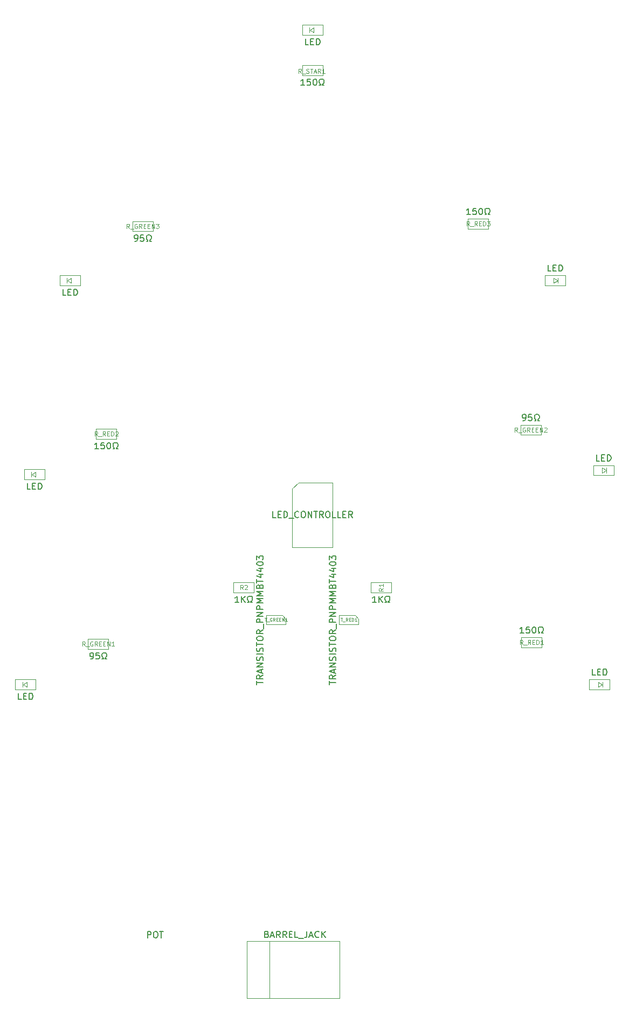
<source format=gbr>
G04 #@! TF.FileFunction,Other,Fab,Top*
%FSLAX46Y46*%
G04 Gerber Fmt 4.6, Leading zero omitted, Abs format (unit mm)*
G04 Created by KiCad (PCBNEW 4.0.6) date Tuesday, November 14, 2017 'PMt' 08:02:21 PM*
%MOMM*%
%LPD*%
G01*
G04 APERTURE LIST*
%ADD10C,0.100000*%
%ADD11C,0.150000*%
%ADD12C,0.105000*%
%ADD13C,0.075000*%
G04 APERTURE END LIST*
D10*
X49765000Y-128270000D02*
X50365000Y-127870000D01*
X50365000Y-127870000D02*
X50365000Y-128670000D01*
X50365000Y-128670000D02*
X49765000Y-128270000D01*
X49715000Y-127870000D02*
X49715000Y-128670000D01*
X48565000Y-129070000D02*
X48565000Y-127470000D01*
X51765000Y-129070000D02*
X48565000Y-129070000D01*
X51765000Y-127470000D02*
X51765000Y-129070000D01*
X48565000Y-127470000D02*
X51765000Y-127470000D01*
X141370000Y-94615000D02*
X140770000Y-95015000D01*
X140770000Y-95015000D02*
X140770000Y-94215000D01*
X140770000Y-94215000D02*
X141370000Y-94615000D01*
X141420000Y-95015000D02*
X141420000Y-94215000D01*
X142570000Y-93815000D02*
X142570000Y-95415000D01*
X139370000Y-93815000D02*
X142570000Y-93815000D01*
X139370000Y-95415000D02*
X139370000Y-93815000D01*
X142570000Y-95415000D02*
X139370000Y-95415000D01*
X56750000Y-64770000D02*
X57350000Y-64370000D01*
X57350000Y-64370000D02*
X57350000Y-65170000D01*
X57350000Y-65170000D02*
X56750000Y-64770000D01*
X56700000Y-64370000D02*
X56700000Y-65170000D01*
X55550000Y-65570000D02*
X55550000Y-63970000D01*
X58750000Y-65570000D02*
X55550000Y-65570000D01*
X58750000Y-63970000D02*
X58750000Y-65570000D01*
X55550000Y-63970000D02*
X58750000Y-63970000D01*
X93075000Y-96520000D02*
X98425000Y-96520000D01*
X98425000Y-96520000D02*
X98425000Y-106680000D01*
X98425000Y-106680000D02*
X92075000Y-106680000D01*
X92075000Y-106680000D02*
X92075000Y-97520000D01*
X92075000Y-97520000D02*
X93075000Y-96520000D01*
X140735000Y-128270000D02*
X140135000Y-128670000D01*
X140135000Y-128670000D02*
X140135000Y-127870000D01*
X140135000Y-127870000D02*
X140735000Y-128270000D01*
X140785000Y-128670000D02*
X140785000Y-127870000D01*
X141935000Y-127470000D02*
X141935000Y-129070000D01*
X138735000Y-127470000D02*
X141935000Y-127470000D01*
X138735000Y-129070000D02*
X138735000Y-127470000D01*
X141935000Y-129070000D02*
X138735000Y-129070000D01*
X51162000Y-95250000D02*
X51762000Y-94850000D01*
X51762000Y-94850000D02*
X51762000Y-95650000D01*
X51762000Y-95650000D02*
X51162000Y-95250000D01*
X51112000Y-94850000D02*
X51112000Y-95650000D01*
X49962000Y-96050000D02*
X49962000Y-94450000D01*
X53162000Y-96050000D02*
X49962000Y-96050000D01*
X53162000Y-94450000D02*
X53162000Y-96050000D01*
X49962000Y-94450000D02*
X53162000Y-94450000D01*
X133750000Y-64770000D02*
X133150000Y-65170000D01*
X133150000Y-65170000D02*
X133150000Y-64370000D01*
X133150000Y-64370000D02*
X133750000Y-64770000D01*
X133800000Y-65170000D02*
X133800000Y-64370000D01*
X134950000Y-63970000D02*
X134950000Y-65570000D01*
X131750000Y-63970000D02*
X134950000Y-63970000D01*
X131750000Y-65570000D02*
X131750000Y-63970000D01*
X134950000Y-65570000D02*
X131750000Y-65570000D01*
X59995000Y-122720000D02*
X59995000Y-121120000D01*
X63195000Y-122720000D02*
X59995000Y-122720000D01*
X63195000Y-121120000D02*
X63195000Y-122720000D01*
X59995000Y-121120000D02*
X63195000Y-121120000D01*
X131140000Y-87465000D02*
X131140000Y-89065000D01*
X127940000Y-87465000D02*
X131140000Y-87465000D01*
X127940000Y-89065000D02*
X127940000Y-87465000D01*
X131140000Y-89065000D02*
X127940000Y-89065000D01*
X66980000Y-57061000D02*
X66980000Y-55461000D01*
X70180000Y-57061000D02*
X66980000Y-57061000D01*
X70180000Y-55461000D02*
X70180000Y-57061000D01*
X66980000Y-55461000D02*
X70180000Y-55461000D01*
X131267000Y-120866000D02*
X131267000Y-122466000D01*
X128067000Y-120866000D02*
X131267000Y-120866000D01*
X128067000Y-122466000D02*
X128067000Y-120866000D01*
X131267000Y-122466000D02*
X128067000Y-122466000D01*
X61265000Y-89700000D02*
X61265000Y-88100000D01*
X64465000Y-89700000D02*
X61265000Y-89700000D01*
X64465000Y-88100000D02*
X64465000Y-89700000D01*
X61265000Y-88100000D02*
X64465000Y-88100000D01*
X122885000Y-55080000D02*
X122885000Y-56680000D01*
X119685000Y-55080000D02*
X122885000Y-55080000D01*
X119685000Y-56680000D02*
X119685000Y-55080000D01*
X122885000Y-56680000D02*
X119685000Y-56680000D01*
X93650000Y-32550000D02*
X93650000Y-30950000D01*
X96850000Y-32550000D02*
X93650000Y-32550000D01*
X96850000Y-30950000D02*
X96850000Y-32550000D01*
X93650000Y-30950000D02*
X96850000Y-30950000D01*
X94850000Y-25400000D02*
X95450000Y-25000000D01*
X95450000Y-25000000D02*
X95450000Y-25800000D01*
X95450000Y-25800000D02*
X94850000Y-25400000D01*
X94800000Y-25000000D02*
X94800000Y-25800000D01*
X93650000Y-26200000D02*
X93650000Y-24600000D01*
X96850000Y-26200000D02*
X93650000Y-26200000D01*
X96850000Y-24600000D02*
X96850000Y-26200000D01*
X93650000Y-24600000D02*
X96850000Y-24600000D01*
X88479000Y-168601000D02*
X88479000Y-177601000D01*
X84979000Y-168601000D02*
X84979000Y-177601000D01*
X84979000Y-177601000D02*
X99479000Y-177601000D01*
X99479000Y-177601000D02*
X99479000Y-168601000D01*
X99479000Y-168601000D02*
X84979000Y-168601000D01*
X104445000Y-113830000D02*
X104445000Y-112230000D01*
X107645000Y-113830000D02*
X104445000Y-113830000D01*
X107645000Y-112230000D02*
X107645000Y-113830000D01*
X104445000Y-112230000D02*
X107645000Y-112230000D01*
X82855000Y-113830000D02*
X82855000Y-112230000D01*
X86055000Y-113830000D02*
X82855000Y-113830000D01*
X86055000Y-112230000D02*
X86055000Y-113830000D01*
X82855000Y-112230000D02*
X86055000Y-112230000D01*
X90485000Y-117410000D02*
X88035000Y-117410000D01*
X91055000Y-117960000D02*
X91055000Y-118810000D01*
X90485000Y-117410000D02*
X91055000Y-117960000D01*
X91055000Y-118810000D02*
X88015000Y-118810000D01*
X88015000Y-117410000D02*
X88015000Y-118810000D01*
X101915000Y-117410000D02*
X99465000Y-117410000D01*
X102485000Y-117960000D02*
X102485000Y-118810000D01*
X101915000Y-117410000D02*
X102485000Y-117960000D01*
X102485000Y-118810000D02*
X99445000Y-118810000D01*
X99445000Y-117410000D02*
X99445000Y-118810000D01*
D11*
X49522143Y-130622381D02*
X49045952Y-130622381D01*
X49045952Y-129622381D01*
X49855476Y-130098571D02*
X50188810Y-130098571D01*
X50331667Y-130622381D02*
X49855476Y-130622381D01*
X49855476Y-129622381D01*
X50331667Y-129622381D01*
X50760238Y-130622381D02*
X50760238Y-129622381D01*
X50998333Y-129622381D01*
X51141191Y-129670000D01*
X51236429Y-129765238D01*
X51284048Y-129860476D01*
X51331667Y-130050952D01*
X51331667Y-130193810D01*
X51284048Y-130384286D01*
X51236429Y-130479524D01*
X51141191Y-130574762D01*
X50998333Y-130622381D01*
X50760238Y-130622381D01*
X140327143Y-93167381D02*
X139850952Y-93167381D01*
X139850952Y-92167381D01*
X140660476Y-92643571D02*
X140993810Y-92643571D01*
X141136667Y-93167381D02*
X140660476Y-93167381D01*
X140660476Y-92167381D01*
X141136667Y-92167381D01*
X141565238Y-93167381D02*
X141565238Y-92167381D01*
X141803333Y-92167381D01*
X141946191Y-92215000D01*
X142041429Y-92310238D01*
X142089048Y-92405476D01*
X142136667Y-92595952D01*
X142136667Y-92738810D01*
X142089048Y-92929286D01*
X142041429Y-93024524D01*
X141946191Y-93119762D01*
X141803333Y-93167381D01*
X141565238Y-93167381D01*
X56507143Y-67122381D02*
X56030952Y-67122381D01*
X56030952Y-66122381D01*
X56840476Y-66598571D02*
X57173810Y-66598571D01*
X57316667Y-67122381D02*
X56840476Y-67122381D01*
X56840476Y-66122381D01*
X57316667Y-66122381D01*
X57745238Y-67122381D02*
X57745238Y-66122381D01*
X57983333Y-66122381D01*
X58126191Y-66170000D01*
X58221429Y-66265238D01*
X58269048Y-66360476D01*
X58316667Y-66550952D01*
X58316667Y-66693810D01*
X58269048Y-66884286D01*
X58221429Y-66979524D01*
X58126191Y-67074762D01*
X57983333Y-67122381D01*
X57745238Y-67122381D01*
X89511905Y-102052381D02*
X89035714Y-102052381D01*
X89035714Y-101052381D01*
X89845238Y-101528571D02*
X90178572Y-101528571D01*
X90321429Y-102052381D02*
X89845238Y-102052381D01*
X89845238Y-101052381D01*
X90321429Y-101052381D01*
X90750000Y-102052381D02*
X90750000Y-101052381D01*
X90988095Y-101052381D01*
X91130953Y-101100000D01*
X91226191Y-101195238D01*
X91273810Y-101290476D01*
X91321429Y-101480952D01*
X91321429Y-101623810D01*
X91273810Y-101814286D01*
X91226191Y-101909524D01*
X91130953Y-102004762D01*
X90988095Y-102052381D01*
X90750000Y-102052381D01*
X91511905Y-102147619D02*
X92273810Y-102147619D01*
X93083334Y-101957143D02*
X93035715Y-102004762D01*
X92892858Y-102052381D01*
X92797620Y-102052381D01*
X92654762Y-102004762D01*
X92559524Y-101909524D01*
X92511905Y-101814286D01*
X92464286Y-101623810D01*
X92464286Y-101480952D01*
X92511905Y-101290476D01*
X92559524Y-101195238D01*
X92654762Y-101100000D01*
X92797620Y-101052381D01*
X92892858Y-101052381D01*
X93035715Y-101100000D01*
X93083334Y-101147619D01*
X93702381Y-101052381D02*
X93892858Y-101052381D01*
X93988096Y-101100000D01*
X94083334Y-101195238D01*
X94130953Y-101385714D01*
X94130953Y-101719048D01*
X94083334Y-101909524D01*
X93988096Y-102004762D01*
X93892858Y-102052381D01*
X93702381Y-102052381D01*
X93607143Y-102004762D01*
X93511905Y-101909524D01*
X93464286Y-101719048D01*
X93464286Y-101385714D01*
X93511905Y-101195238D01*
X93607143Y-101100000D01*
X93702381Y-101052381D01*
X94559524Y-102052381D02*
X94559524Y-101052381D01*
X95130953Y-102052381D01*
X95130953Y-101052381D01*
X95464286Y-101052381D02*
X96035715Y-101052381D01*
X95750000Y-102052381D02*
X95750000Y-101052381D01*
X96940477Y-102052381D02*
X96607143Y-101576190D01*
X96369048Y-102052381D02*
X96369048Y-101052381D01*
X96750001Y-101052381D01*
X96845239Y-101100000D01*
X96892858Y-101147619D01*
X96940477Y-101242857D01*
X96940477Y-101385714D01*
X96892858Y-101480952D01*
X96845239Y-101528571D01*
X96750001Y-101576190D01*
X96369048Y-101576190D01*
X97559524Y-101052381D02*
X97750001Y-101052381D01*
X97845239Y-101100000D01*
X97940477Y-101195238D01*
X97988096Y-101385714D01*
X97988096Y-101719048D01*
X97940477Y-101909524D01*
X97845239Y-102004762D01*
X97750001Y-102052381D01*
X97559524Y-102052381D01*
X97464286Y-102004762D01*
X97369048Y-101909524D01*
X97321429Y-101719048D01*
X97321429Y-101385714D01*
X97369048Y-101195238D01*
X97464286Y-101100000D01*
X97559524Y-101052381D01*
X98892858Y-102052381D02*
X98416667Y-102052381D01*
X98416667Y-101052381D01*
X99702382Y-102052381D02*
X99226191Y-102052381D01*
X99226191Y-101052381D01*
X100035715Y-101528571D02*
X100369049Y-101528571D01*
X100511906Y-102052381D02*
X100035715Y-102052381D01*
X100035715Y-101052381D01*
X100511906Y-101052381D01*
X101511906Y-102052381D02*
X101178572Y-101576190D01*
X100940477Y-102052381D02*
X100940477Y-101052381D01*
X101321430Y-101052381D01*
X101416668Y-101100000D01*
X101464287Y-101147619D01*
X101511906Y-101242857D01*
X101511906Y-101385714D01*
X101464287Y-101480952D01*
X101416668Y-101528571D01*
X101321430Y-101576190D01*
X100940477Y-101576190D01*
X139692143Y-126822381D02*
X139215952Y-126822381D01*
X139215952Y-125822381D01*
X140025476Y-126298571D02*
X140358810Y-126298571D01*
X140501667Y-126822381D02*
X140025476Y-126822381D01*
X140025476Y-125822381D01*
X140501667Y-125822381D01*
X140930238Y-126822381D02*
X140930238Y-125822381D01*
X141168333Y-125822381D01*
X141311191Y-125870000D01*
X141406429Y-125965238D01*
X141454048Y-126060476D01*
X141501667Y-126250952D01*
X141501667Y-126393810D01*
X141454048Y-126584286D01*
X141406429Y-126679524D01*
X141311191Y-126774762D01*
X141168333Y-126822381D01*
X140930238Y-126822381D01*
X50919143Y-97602381D02*
X50442952Y-97602381D01*
X50442952Y-96602381D01*
X51252476Y-97078571D02*
X51585810Y-97078571D01*
X51728667Y-97602381D02*
X51252476Y-97602381D01*
X51252476Y-96602381D01*
X51728667Y-96602381D01*
X52157238Y-97602381D02*
X52157238Y-96602381D01*
X52395333Y-96602381D01*
X52538191Y-96650000D01*
X52633429Y-96745238D01*
X52681048Y-96840476D01*
X52728667Y-97030952D01*
X52728667Y-97173810D01*
X52681048Y-97364286D01*
X52633429Y-97459524D01*
X52538191Y-97554762D01*
X52395333Y-97602381D01*
X52157238Y-97602381D01*
X132707143Y-63322381D02*
X132230952Y-63322381D01*
X132230952Y-62322381D01*
X133040476Y-62798571D02*
X133373810Y-62798571D01*
X133516667Y-63322381D02*
X133040476Y-63322381D01*
X133040476Y-62322381D01*
X133516667Y-62322381D01*
X133945238Y-63322381D02*
X133945238Y-62322381D01*
X134183333Y-62322381D01*
X134326191Y-62370000D01*
X134421429Y-62465238D01*
X134469048Y-62560476D01*
X134516667Y-62750952D01*
X134516667Y-62893810D01*
X134469048Y-63084286D01*
X134421429Y-63179524D01*
X134326191Y-63274762D01*
X134183333Y-63322381D01*
X133945238Y-63322381D01*
X60356905Y-124272381D02*
X60547381Y-124272381D01*
X60642620Y-124224762D01*
X60690239Y-124177143D01*
X60785477Y-124034286D01*
X60833096Y-123843810D01*
X60833096Y-123462857D01*
X60785477Y-123367619D01*
X60737858Y-123320000D01*
X60642620Y-123272381D01*
X60452143Y-123272381D01*
X60356905Y-123320000D01*
X60309286Y-123367619D01*
X60261667Y-123462857D01*
X60261667Y-123700952D01*
X60309286Y-123796190D01*
X60356905Y-123843810D01*
X60452143Y-123891429D01*
X60642620Y-123891429D01*
X60737858Y-123843810D01*
X60785477Y-123796190D01*
X60833096Y-123700952D01*
X61737858Y-123272381D02*
X61261667Y-123272381D01*
X61214048Y-123748571D01*
X61261667Y-123700952D01*
X61356905Y-123653333D01*
X61595001Y-123653333D01*
X61690239Y-123700952D01*
X61737858Y-123748571D01*
X61785477Y-123843810D01*
X61785477Y-124081905D01*
X61737858Y-124177143D01*
X61690239Y-124224762D01*
X61595001Y-124272381D01*
X61356905Y-124272381D01*
X61261667Y-124224762D01*
X61214048Y-124177143D01*
X62166429Y-124272381D02*
X62404524Y-124272381D01*
X62404524Y-124081905D01*
X62309286Y-124034286D01*
X62214048Y-123939048D01*
X62166429Y-123796190D01*
X62166429Y-123558095D01*
X62214048Y-123415238D01*
X62309286Y-123320000D01*
X62452143Y-123272381D01*
X62642620Y-123272381D01*
X62785477Y-123320000D01*
X62880715Y-123415238D01*
X62928334Y-123558095D01*
X62928334Y-123796190D01*
X62880715Y-123939048D01*
X62785477Y-124034286D01*
X62690239Y-124081905D01*
X62690239Y-124272381D01*
X62928334Y-124272381D01*
D12*
X59511668Y-122236667D02*
X59278334Y-121903333D01*
X59111668Y-122236667D02*
X59111668Y-121536667D01*
X59378334Y-121536667D01*
X59445001Y-121570000D01*
X59478334Y-121603333D01*
X59511668Y-121670000D01*
X59511668Y-121770000D01*
X59478334Y-121836667D01*
X59445001Y-121870000D01*
X59378334Y-121903333D01*
X59111668Y-121903333D01*
X59645001Y-122303333D02*
X60178334Y-122303333D01*
X60711667Y-121570000D02*
X60645001Y-121536667D01*
X60545001Y-121536667D01*
X60445001Y-121570000D01*
X60378334Y-121636667D01*
X60345001Y-121703333D01*
X60311667Y-121836667D01*
X60311667Y-121936667D01*
X60345001Y-122070000D01*
X60378334Y-122136667D01*
X60445001Y-122203333D01*
X60545001Y-122236667D01*
X60611667Y-122236667D01*
X60711667Y-122203333D01*
X60745001Y-122170000D01*
X60745001Y-121936667D01*
X60611667Y-121936667D01*
X61445001Y-122236667D02*
X61211667Y-121903333D01*
X61045001Y-122236667D02*
X61045001Y-121536667D01*
X61311667Y-121536667D01*
X61378334Y-121570000D01*
X61411667Y-121603333D01*
X61445001Y-121670000D01*
X61445001Y-121770000D01*
X61411667Y-121836667D01*
X61378334Y-121870000D01*
X61311667Y-121903333D01*
X61045001Y-121903333D01*
X61745001Y-121870000D02*
X61978334Y-121870000D01*
X62078334Y-122236667D02*
X61745001Y-122236667D01*
X61745001Y-121536667D01*
X62078334Y-121536667D01*
X62378334Y-121870000D02*
X62611667Y-121870000D01*
X62711667Y-122236667D02*
X62378334Y-122236667D01*
X62378334Y-121536667D01*
X62711667Y-121536667D01*
X63011667Y-122236667D02*
X63011667Y-121536667D01*
X63411667Y-122236667D01*
X63411667Y-121536667D01*
X64111666Y-122236667D02*
X63711666Y-122236667D01*
X63911666Y-122236667D02*
X63911666Y-121536667D01*
X63845000Y-121636667D01*
X63778333Y-121703333D01*
X63711666Y-121736667D01*
D11*
X128301905Y-86817381D02*
X128492381Y-86817381D01*
X128587620Y-86769762D01*
X128635239Y-86722143D01*
X128730477Y-86579286D01*
X128778096Y-86388810D01*
X128778096Y-86007857D01*
X128730477Y-85912619D01*
X128682858Y-85865000D01*
X128587620Y-85817381D01*
X128397143Y-85817381D01*
X128301905Y-85865000D01*
X128254286Y-85912619D01*
X128206667Y-86007857D01*
X128206667Y-86245952D01*
X128254286Y-86341190D01*
X128301905Y-86388810D01*
X128397143Y-86436429D01*
X128587620Y-86436429D01*
X128682858Y-86388810D01*
X128730477Y-86341190D01*
X128778096Y-86245952D01*
X129682858Y-85817381D02*
X129206667Y-85817381D01*
X129159048Y-86293571D01*
X129206667Y-86245952D01*
X129301905Y-86198333D01*
X129540001Y-86198333D01*
X129635239Y-86245952D01*
X129682858Y-86293571D01*
X129730477Y-86388810D01*
X129730477Y-86626905D01*
X129682858Y-86722143D01*
X129635239Y-86769762D01*
X129540001Y-86817381D01*
X129301905Y-86817381D01*
X129206667Y-86769762D01*
X129159048Y-86722143D01*
X130111429Y-86817381D02*
X130349524Y-86817381D01*
X130349524Y-86626905D01*
X130254286Y-86579286D01*
X130159048Y-86484048D01*
X130111429Y-86341190D01*
X130111429Y-86103095D01*
X130159048Y-85960238D01*
X130254286Y-85865000D01*
X130397143Y-85817381D01*
X130587620Y-85817381D01*
X130730477Y-85865000D01*
X130825715Y-85960238D01*
X130873334Y-86103095D01*
X130873334Y-86341190D01*
X130825715Y-86484048D01*
X130730477Y-86579286D01*
X130635239Y-86626905D01*
X130635239Y-86817381D01*
X130873334Y-86817381D01*
D12*
X127456668Y-88581667D02*
X127223334Y-88248333D01*
X127056668Y-88581667D02*
X127056668Y-87881667D01*
X127323334Y-87881667D01*
X127390001Y-87915000D01*
X127423334Y-87948333D01*
X127456668Y-88015000D01*
X127456668Y-88115000D01*
X127423334Y-88181667D01*
X127390001Y-88215000D01*
X127323334Y-88248333D01*
X127056668Y-88248333D01*
X127590001Y-88648333D02*
X128123334Y-88648333D01*
X128656667Y-87915000D02*
X128590001Y-87881667D01*
X128490001Y-87881667D01*
X128390001Y-87915000D01*
X128323334Y-87981667D01*
X128290001Y-88048333D01*
X128256667Y-88181667D01*
X128256667Y-88281667D01*
X128290001Y-88415000D01*
X128323334Y-88481667D01*
X128390001Y-88548333D01*
X128490001Y-88581667D01*
X128556667Y-88581667D01*
X128656667Y-88548333D01*
X128690001Y-88515000D01*
X128690001Y-88281667D01*
X128556667Y-88281667D01*
X129390001Y-88581667D02*
X129156667Y-88248333D01*
X128990001Y-88581667D02*
X128990001Y-87881667D01*
X129256667Y-87881667D01*
X129323334Y-87915000D01*
X129356667Y-87948333D01*
X129390001Y-88015000D01*
X129390001Y-88115000D01*
X129356667Y-88181667D01*
X129323334Y-88215000D01*
X129256667Y-88248333D01*
X128990001Y-88248333D01*
X129690001Y-88215000D02*
X129923334Y-88215000D01*
X130023334Y-88581667D02*
X129690001Y-88581667D01*
X129690001Y-87881667D01*
X130023334Y-87881667D01*
X130323334Y-88215000D02*
X130556667Y-88215000D01*
X130656667Y-88581667D02*
X130323334Y-88581667D01*
X130323334Y-87881667D01*
X130656667Y-87881667D01*
X130956667Y-88581667D02*
X130956667Y-87881667D01*
X131356667Y-88581667D01*
X131356667Y-87881667D01*
X131656666Y-87948333D02*
X131690000Y-87915000D01*
X131756666Y-87881667D01*
X131923333Y-87881667D01*
X131990000Y-87915000D01*
X132023333Y-87948333D01*
X132056666Y-88015000D01*
X132056666Y-88081667D01*
X132023333Y-88181667D01*
X131623333Y-88581667D01*
X132056666Y-88581667D01*
D11*
X67341905Y-58613381D02*
X67532381Y-58613381D01*
X67627620Y-58565762D01*
X67675239Y-58518143D01*
X67770477Y-58375286D01*
X67818096Y-58184810D01*
X67818096Y-57803857D01*
X67770477Y-57708619D01*
X67722858Y-57661000D01*
X67627620Y-57613381D01*
X67437143Y-57613381D01*
X67341905Y-57661000D01*
X67294286Y-57708619D01*
X67246667Y-57803857D01*
X67246667Y-58041952D01*
X67294286Y-58137190D01*
X67341905Y-58184810D01*
X67437143Y-58232429D01*
X67627620Y-58232429D01*
X67722858Y-58184810D01*
X67770477Y-58137190D01*
X67818096Y-58041952D01*
X68722858Y-57613381D02*
X68246667Y-57613381D01*
X68199048Y-58089571D01*
X68246667Y-58041952D01*
X68341905Y-57994333D01*
X68580001Y-57994333D01*
X68675239Y-58041952D01*
X68722858Y-58089571D01*
X68770477Y-58184810D01*
X68770477Y-58422905D01*
X68722858Y-58518143D01*
X68675239Y-58565762D01*
X68580001Y-58613381D01*
X68341905Y-58613381D01*
X68246667Y-58565762D01*
X68199048Y-58518143D01*
X69151429Y-58613381D02*
X69389524Y-58613381D01*
X69389524Y-58422905D01*
X69294286Y-58375286D01*
X69199048Y-58280048D01*
X69151429Y-58137190D01*
X69151429Y-57899095D01*
X69199048Y-57756238D01*
X69294286Y-57661000D01*
X69437143Y-57613381D01*
X69627620Y-57613381D01*
X69770477Y-57661000D01*
X69865715Y-57756238D01*
X69913334Y-57899095D01*
X69913334Y-58137190D01*
X69865715Y-58280048D01*
X69770477Y-58375286D01*
X69675239Y-58422905D01*
X69675239Y-58613381D01*
X69913334Y-58613381D01*
D12*
X66496668Y-56577667D02*
X66263334Y-56244333D01*
X66096668Y-56577667D02*
X66096668Y-55877667D01*
X66363334Y-55877667D01*
X66430001Y-55911000D01*
X66463334Y-55944333D01*
X66496668Y-56011000D01*
X66496668Y-56111000D01*
X66463334Y-56177667D01*
X66430001Y-56211000D01*
X66363334Y-56244333D01*
X66096668Y-56244333D01*
X66630001Y-56644333D02*
X67163334Y-56644333D01*
X67696667Y-55911000D02*
X67630001Y-55877667D01*
X67530001Y-55877667D01*
X67430001Y-55911000D01*
X67363334Y-55977667D01*
X67330001Y-56044333D01*
X67296667Y-56177667D01*
X67296667Y-56277667D01*
X67330001Y-56411000D01*
X67363334Y-56477667D01*
X67430001Y-56544333D01*
X67530001Y-56577667D01*
X67596667Y-56577667D01*
X67696667Y-56544333D01*
X67730001Y-56511000D01*
X67730001Y-56277667D01*
X67596667Y-56277667D01*
X68430001Y-56577667D02*
X68196667Y-56244333D01*
X68030001Y-56577667D02*
X68030001Y-55877667D01*
X68296667Y-55877667D01*
X68363334Y-55911000D01*
X68396667Y-55944333D01*
X68430001Y-56011000D01*
X68430001Y-56111000D01*
X68396667Y-56177667D01*
X68363334Y-56211000D01*
X68296667Y-56244333D01*
X68030001Y-56244333D01*
X68730001Y-56211000D02*
X68963334Y-56211000D01*
X69063334Y-56577667D02*
X68730001Y-56577667D01*
X68730001Y-55877667D01*
X69063334Y-55877667D01*
X69363334Y-56211000D02*
X69596667Y-56211000D01*
X69696667Y-56577667D02*
X69363334Y-56577667D01*
X69363334Y-55877667D01*
X69696667Y-55877667D01*
X69996667Y-56577667D02*
X69996667Y-55877667D01*
X70396667Y-56577667D01*
X70396667Y-55877667D01*
X70663333Y-55877667D02*
X71096666Y-55877667D01*
X70863333Y-56144333D01*
X70963333Y-56144333D01*
X71030000Y-56177667D01*
X71063333Y-56211000D01*
X71096666Y-56277667D01*
X71096666Y-56444333D01*
X71063333Y-56511000D01*
X71030000Y-56544333D01*
X70963333Y-56577667D01*
X70763333Y-56577667D01*
X70696666Y-56544333D01*
X70663333Y-56511000D01*
D11*
X128428905Y-120218381D02*
X127857476Y-120218381D01*
X128143190Y-120218381D02*
X128143190Y-119218381D01*
X128047952Y-119361238D01*
X127952714Y-119456476D01*
X127857476Y-119504095D01*
X129333667Y-119218381D02*
X128857476Y-119218381D01*
X128809857Y-119694571D01*
X128857476Y-119646952D01*
X128952714Y-119599333D01*
X129190810Y-119599333D01*
X129286048Y-119646952D01*
X129333667Y-119694571D01*
X129381286Y-119789810D01*
X129381286Y-120027905D01*
X129333667Y-120123143D01*
X129286048Y-120170762D01*
X129190810Y-120218381D01*
X128952714Y-120218381D01*
X128857476Y-120170762D01*
X128809857Y-120123143D01*
X130000333Y-119218381D02*
X130095572Y-119218381D01*
X130190810Y-119266000D01*
X130238429Y-119313619D01*
X130286048Y-119408857D01*
X130333667Y-119599333D01*
X130333667Y-119837429D01*
X130286048Y-120027905D01*
X130238429Y-120123143D01*
X130190810Y-120170762D01*
X130095572Y-120218381D01*
X130000333Y-120218381D01*
X129905095Y-120170762D01*
X129857476Y-120123143D01*
X129809857Y-120027905D01*
X129762238Y-119837429D01*
X129762238Y-119599333D01*
X129809857Y-119408857D01*
X129857476Y-119313619D01*
X129905095Y-119266000D01*
X130000333Y-119218381D01*
X130714619Y-120218381D02*
X130952714Y-120218381D01*
X130952714Y-120027905D01*
X130857476Y-119980286D01*
X130762238Y-119885048D01*
X130714619Y-119742190D01*
X130714619Y-119504095D01*
X130762238Y-119361238D01*
X130857476Y-119266000D01*
X131000333Y-119218381D01*
X131190810Y-119218381D01*
X131333667Y-119266000D01*
X131428905Y-119361238D01*
X131476524Y-119504095D01*
X131476524Y-119742190D01*
X131428905Y-119885048D01*
X131333667Y-119980286D01*
X131238429Y-120027905D01*
X131238429Y-120218381D01*
X131476524Y-120218381D01*
D12*
X128267001Y-121982667D02*
X128033667Y-121649333D01*
X127867001Y-121982667D02*
X127867001Y-121282667D01*
X128133667Y-121282667D01*
X128200334Y-121316000D01*
X128233667Y-121349333D01*
X128267001Y-121416000D01*
X128267001Y-121516000D01*
X128233667Y-121582667D01*
X128200334Y-121616000D01*
X128133667Y-121649333D01*
X127867001Y-121649333D01*
X128400334Y-122049333D02*
X128933667Y-122049333D01*
X129500334Y-121982667D02*
X129267000Y-121649333D01*
X129100334Y-121982667D02*
X129100334Y-121282667D01*
X129367000Y-121282667D01*
X129433667Y-121316000D01*
X129467000Y-121349333D01*
X129500334Y-121416000D01*
X129500334Y-121516000D01*
X129467000Y-121582667D01*
X129433667Y-121616000D01*
X129367000Y-121649333D01*
X129100334Y-121649333D01*
X129800334Y-121616000D02*
X130033667Y-121616000D01*
X130133667Y-121982667D02*
X129800334Y-121982667D01*
X129800334Y-121282667D01*
X130133667Y-121282667D01*
X130433667Y-121982667D02*
X130433667Y-121282667D01*
X130600333Y-121282667D01*
X130700333Y-121316000D01*
X130767000Y-121382667D01*
X130800333Y-121449333D01*
X130833667Y-121582667D01*
X130833667Y-121682667D01*
X130800333Y-121816000D01*
X130767000Y-121882667D01*
X130700333Y-121949333D01*
X130600333Y-121982667D01*
X130433667Y-121982667D01*
X131500333Y-121982667D02*
X131100333Y-121982667D01*
X131300333Y-121982667D02*
X131300333Y-121282667D01*
X131233667Y-121382667D01*
X131167000Y-121449333D01*
X131100333Y-121482667D01*
D11*
X61626905Y-91252381D02*
X61055476Y-91252381D01*
X61341190Y-91252381D02*
X61341190Y-90252381D01*
X61245952Y-90395238D01*
X61150714Y-90490476D01*
X61055476Y-90538095D01*
X62531667Y-90252381D02*
X62055476Y-90252381D01*
X62007857Y-90728571D01*
X62055476Y-90680952D01*
X62150714Y-90633333D01*
X62388810Y-90633333D01*
X62484048Y-90680952D01*
X62531667Y-90728571D01*
X62579286Y-90823810D01*
X62579286Y-91061905D01*
X62531667Y-91157143D01*
X62484048Y-91204762D01*
X62388810Y-91252381D01*
X62150714Y-91252381D01*
X62055476Y-91204762D01*
X62007857Y-91157143D01*
X63198333Y-90252381D02*
X63293572Y-90252381D01*
X63388810Y-90300000D01*
X63436429Y-90347619D01*
X63484048Y-90442857D01*
X63531667Y-90633333D01*
X63531667Y-90871429D01*
X63484048Y-91061905D01*
X63436429Y-91157143D01*
X63388810Y-91204762D01*
X63293572Y-91252381D01*
X63198333Y-91252381D01*
X63103095Y-91204762D01*
X63055476Y-91157143D01*
X63007857Y-91061905D01*
X62960238Y-90871429D01*
X62960238Y-90633333D01*
X63007857Y-90442857D01*
X63055476Y-90347619D01*
X63103095Y-90300000D01*
X63198333Y-90252381D01*
X63912619Y-91252381D02*
X64150714Y-91252381D01*
X64150714Y-91061905D01*
X64055476Y-91014286D01*
X63960238Y-90919048D01*
X63912619Y-90776190D01*
X63912619Y-90538095D01*
X63960238Y-90395238D01*
X64055476Y-90300000D01*
X64198333Y-90252381D01*
X64388810Y-90252381D01*
X64531667Y-90300000D01*
X64626905Y-90395238D01*
X64674524Y-90538095D01*
X64674524Y-90776190D01*
X64626905Y-90919048D01*
X64531667Y-91014286D01*
X64436429Y-91061905D01*
X64436429Y-91252381D01*
X64674524Y-91252381D01*
D12*
X61465001Y-89216667D02*
X61231667Y-88883333D01*
X61065001Y-89216667D02*
X61065001Y-88516667D01*
X61331667Y-88516667D01*
X61398334Y-88550000D01*
X61431667Y-88583333D01*
X61465001Y-88650000D01*
X61465001Y-88750000D01*
X61431667Y-88816667D01*
X61398334Y-88850000D01*
X61331667Y-88883333D01*
X61065001Y-88883333D01*
X61598334Y-89283333D02*
X62131667Y-89283333D01*
X62698334Y-89216667D02*
X62465000Y-88883333D01*
X62298334Y-89216667D02*
X62298334Y-88516667D01*
X62565000Y-88516667D01*
X62631667Y-88550000D01*
X62665000Y-88583333D01*
X62698334Y-88650000D01*
X62698334Y-88750000D01*
X62665000Y-88816667D01*
X62631667Y-88850000D01*
X62565000Y-88883333D01*
X62298334Y-88883333D01*
X62998334Y-88850000D02*
X63231667Y-88850000D01*
X63331667Y-89216667D02*
X62998334Y-89216667D01*
X62998334Y-88516667D01*
X63331667Y-88516667D01*
X63631667Y-89216667D02*
X63631667Y-88516667D01*
X63798333Y-88516667D01*
X63898333Y-88550000D01*
X63965000Y-88616667D01*
X63998333Y-88683333D01*
X64031667Y-88816667D01*
X64031667Y-88916667D01*
X63998333Y-89050000D01*
X63965000Y-89116667D01*
X63898333Y-89183333D01*
X63798333Y-89216667D01*
X63631667Y-89216667D01*
X64298333Y-88583333D02*
X64331667Y-88550000D01*
X64398333Y-88516667D01*
X64565000Y-88516667D01*
X64631667Y-88550000D01*
X64665000Y-88583333D01*
X64698333Y-88650000D01*
X64698333Y-88716667D01*
X64665000Y-88816667D01*
X64265000Y-89216667D01*
X64698333Y-89216667D01*
D11*
X120046905Y-54432381D02*
X119475476Y-54432381D01*
X119761190Y-54432381D02*
X119761190Y-53432381D01*
X119665952Y-53575238D01*
X119570714Y-53670476D01*
X119475476Y-53718095D01*
X120951667Y-53432381D02*
X120475476Y-53432381D01*
X120427857Y-53908571D01*
X120475476Y-53860952D01*
X120570714Y-53813333D01*
X120808810Y-53813333D01*
X120904048Y-53860952D01*
X120951667Y-53908571D01*
X120999286Y-54003810D01*
X120999286Y-54241905D01*
X120951667Y-54337143D01*
X120904048Y-54384762D01*
X120808810Y-54432381D01*
X120570714Y-54432381D01*
X120475476Y-54384762D01*
X120427857Y-54337143D01*
X121618333Y-53432381D02*
X121713572Y-53432381D01*
X121808810Y-53480000D01*
X121856429Y-53527619D01*
X121904048Y-53622857D01*
X121951667Y-53813333D01*
X121951667Y-54051429D01*
X121904048Y-54241905D01*
X121856429Y-54337143D01*
X121808810Y-54384762D01*
X121713572Y-54432381D01*
X121618333Y-54432381D01*
X121523095Y-54384762D01*
X121475476Y-54337143D01*
X121427857Y-54241905D01*
X121380238Y-54051429D01*
X121380238Y-53813333D01*
X121427857Y-53622857D01*
X121475476Y-53527619D01*
X121523095Y-53480000D01*
X121618333Y-53432381D01*
X122332619Y-54432381D02*
X122570714Y-54432381D01*
X122570714Y-54241905D01*
X122475476Y-54194286D01*
X122380238Y-54099048D01*
X122332619Y-53956190D01*
X122332619Y-53718095D01*
X122380238Y-53575238D01*
X122475476Y-53480000D01*
X122618333Y-53432381D01*
X122808810Y-53432381D01*
X122951667Y-53480000D01*
X123046905Y-53575238D01*
X123094524Y-53718095D01*
X123094524Y-53956190D01*
X123046905Y-54099048D01*
X122951667Y-54194286D01*
X122856429Y-54241905D01*
X122856429Y-54432381D01*
X123094524Y-54432381D01*
D12*
X119885001Y-56196667D02*
X119651667Y-55863333D01*
X119485001Y-56196667D02*
X119485001Y-55496667D01*
X119751667Y-55496667D01*
X119818334Y-55530000D01*
X119851667Y-55563333D01*
X119885001Y-55630000D01*
X119885001Y-55730000D01*
X119851667Y-55796667D01*
X119818334Y-55830000D01*
X119751667Y-55863333D01*
X119485001Y-55863333D01*
X120018334Y-56263333D02*
X120551667Y-56263333D01*
X121118334Y-56196667D02*
X120885000Y-55863333D01*
X120718334Y-56196667D02*
X120718334Y-55496667D01*
X120985000Y-55496667D01*
X121051667Y-55530000D01*
X121085000Y-55563333D01*
X121118334Y-55630000D01*
X121118334Y-55730000D01*
X121085000Y-55796667D01*
X121051667Y-55830000D01*
X120985000Y-55863333D01*
X120718334Y-55863333D01*
X121418334Y-55830000D02*
X121651667Y-55830000D01*
X121751667Y-56196667D02*
X121418334Y-56196667D01*
X121418334Y-55496667D01*
X121751667Y-55496667D01*
X122051667Y-56196667D02*
X122051667Y-55496667D01*
X122218333Y-55496667D01*
X122318333Y-55530000D01*
X122385000Y-55596667D01*
X122418333Y-55663333D01*
X122451667Y-55796667D01*
X122451667Y-55896667D01*
X122418333Y-56030000D01*
X122385000Y-56096667D01*
X122318333Y-56163333D01*
X122218333Y-56196667D01*
X122051667Y-56196667D01*
X122685000Y-55496667D02*
X123118333Y-55496667D01*
X122885000Y-55763333D01*
X122985000Y-55763333D01*
X123051667Y-55796667D01*
X123085000Y-55830000D01*
X123118333Y-55896667D01*
X123118333Y-56063333D01*
X123085000Y-56130000D01*
X123051667Y-56163333D01*
X122985000Y-56196667D01*
X122785000Y-56196667D01*
X122718333Y-56163333D01*
X122685000Y-56130000D01*
D11*
X94011905Y-34102381D02*
X93440476Y-34102381D01*
X93726190Y-34102381D02*
X93726190Y-33102381D01*
X93630952Y-33245238D01*
X93535714Y-33340476D01*
X93440476Y-33388095D01*
X94916667Y-33102381D02*
X94440476Y-33102381D01*
X94392857Y-33578571D01*
X94440476Y-33530952D01*
X94535714Y-33483333D01*
X94773810Y-33483333D01*
X94869048Y-33530952D01*
X94916667Y-33578571D01*
X94964286Y-33673810D01*
X94964286Y-33911905D01*
X94916667Y-34007143D01*
X94869048Y-34054762D01*
X94773810Y-34102381D01*
X94535714Y-34102381D01*
X94440476Y-34054762D01*
X94392857Y-34007143D01*
X95583333Y-33102381D02*
X95678572Y-33102381D01*
X95773810Y-33150000D01*
X95821429Y-33197619D01*
X95869048Y-33292857D01*
X95916667Y-33483333D01*
X95916667Y-33721429D01*
X95869048Y-33911905D01*
X95821429Y-34007143D01*
X95773810Y-34054762D01*
X95678572Y-34102381D01*
X95583333Y-34102381D01*
X95488095Y-34054762D01*
X95440476Y-34007143D01*
X95392857Y-33911905D01*
X95345238Y-33721429D01*
X95345238Y-33483333D01*
X95392857Y-33292857D01*
X95440476Y-33197619D01*
X95488095Y-33150000D01*
X95583333Y-33102381D01*
X96297619Y-34102381D02*
X96535714Y-34102381D01*
X96535714Y-33911905D01*
X96440476Y-33864286D01*
X96345238Y-33769048D01*
X96297619Y-33626190D01*
X96297619Y-33388095D01*
X96345238Y-33245238D01*
X96440476Y-33150000D01*
X96583333Y-33102381D01*
X96773810Y-33102381D01*
X96916667Y-33150000D01*
X97011905Y-33245238D01*
X97059524Y-33388095D01*
X97059524Y-33626190D01*
X97011905Y-33769048D01*
X96916667Y-33864286D01*
X96821429Y-33911905D01*
X96821429Y-34102381D01*
X97059524Y-34102381D01*
D12*
X93489667Y-32193667D02*
X93256333Y-31860333D01*
X93089667Y-32193667D02*
X93089667Y-31493667D01*
X93356333Y-31493667D01*
X93423000Y-31527000D01*
X93456333Y-31560333D01*
X93489667Y-31627000D01*
X93489667Y-31727000D01*
X93456333Y-31793667D01*
X93423000Y-31827000D01*
X93356333Y-31860333D01*
X93089667Y-31860333D01*
X93623000Y-32260333D02*
X94156333Y-32260333D01*
X94289666Y-32160333D02*
X94389666Y-32193667D01*
X94556333Y-32193667D01*
X94623000Y-32160333D01*
X94656333Y-32127000D01*
X94689666Y-32060333D01*
X94689666Y-31993667D01*
X94656333Y-31927000D01*
X94623000Y-31893667D01*
X94556333Y-31860333D01*
X94423000Y-31827000D01*
X94356333Y-31793667D01*
X94323000Y-31760333D01*
X94289666Y-31693667D01*
X94289666Y-31627000D01*
X94323000Y-31560333D01*
X94356333Y-31527000D01*
X94423000Y-31493667D01*
X94589666Y-31493667D01*
X94689666Y-31527000D01*
X94889667Y-31493667D02*
X95289667Y-31493667D01*
X95089667Y-32193667D02*
X95089667Y-31493667D01*
X95489666Y-31993667D02*
X95823000Y-31993667D01*
X95423000Y-32193667D02*
X95656333Y-31493667D01*
X95889666Y-32193667D01*
X96523000Y-32193667D02*
X96289666Y-31860333D01*
X96123000Y-32193667D02*
X96123000Y-31493667D01*
X96389666Y-31493667D01*
X96456333Y-31527000D01*
X96489666Y-31560333D01*
X96523000Y-31627000D01*
X96523000Y-31727000D01*
X96489666Y-31793667D01*
X96456333Y-31827000D01*
X96389666Y-31860333D01*
X96123000Y-31860333D01*
X97189666Y-32193667D02*
X96789666Y-32193667D01*
X96989666Y-32193667D02*
X96989666Y-31493667D01*
X96923000Y-31593667D01*
X96856333Y-31660333D01*
X96789666Y-31693667D01*
D11*
X69318333Y-168092381D02*
X69318333Y-167092381D01*
X69699286Y-167092381D01*
X69794524Y-167140000D01*
X69842143Y-167187619D01*
X69889762Y-167282857D01*
X69889762Y-167425714D01*
X69842143Y-167520952D01*
X69794524Y-167568571D01*
X69699286Y-167616190D01*
X69318333Y-167616190D01*
X70508809Y-167092381D02*
X70699286Y-167092381D01*
X70794524Y-167140000D01*
X70889762Y-167235238D01*
X70937381Y-167425714D01*
X70937381Y-167759048D01*
X70889762Y-167949524D01*
X70794524Y-168044762D01*
X70699286Y-168092381D01*
X70508809Y-168092381D01*
X70413571Y-168044762D01*
X70318333Y-167949524D01*
X70270714Y-167759048D01*
X70270714Y-167425714D01*
X70318333Y-167235238D01*
X70413571Y-167140000D01*
X70508809Y-167092381D01*
X71223095Y-167092381D02*
X71794524Y-167092381D01*
X71508809Y-168092381D02*
X71508809Y-167092381D01*
X94607143Y-27752381D02*
X94130952Y-27752381D01*
X94130952Y-26752381D01*
X94940476Y-27228571D02*
X95273810Y-27228571D01*
X95416667Y-27752381D02*
X94940476Y-27752381D01*
X94940476Y-26752381D01*
X95416667Y-26752381D01*
X95845238Y-27752381D02*
X95845238Y-26752381D01*
X96083333Y-26752381D01*
X96226191Y-26800000D01*
X96321429Y-26895238D01*
X96369048Y-26990476D01*
X96416667Y-27180952D01*
X96416667Y-27323810D01*
X96369048Y-27514286D01*
X96321429Y-27609524D01*
X96226191Y-27704762D01*
X96083333Y-27752381D01*
X95845238Y-27752381D01*
X88074238Y-167529571D02*
X88217095Y-167577190D01*
X88264714Y-167624810D01*
X88312333Y-167720048D01*
X88312333Y-167862905D01*
X88264714Y-167958143D01*
X88217095Y-168005762D01*
X88121857Y-168053381D01*
X87740904Y-168053381D01*
X87740904Y-167053381D01*
X88074238Y-167053381D01*
X88169476Y-167101000D01*
X88217095Y-167148619D01*
X88264714Y-167243857D01*
X88264714Y-167339095D01*
X88217095Y-167434333D01*
X88169476Y-167481952D01*
X88074238Y-167529571D01*
X87740904Y-167529571D01*
X88693285Y-167767667D02*
X89169476Y-167767667D01*
X88598047Y-168053381D02*
X88931380Y-167053381D01*
X89264714Y-168053381D01*
X90169476Y-168053381D02*
X89836142Y-167577190D01*
X89598047Y-168053381D02*
X89598047Y-167053381D01*
X89979000Y-167053381D01*
X90074238Y-167101000D01*
X90121857Y-167148619D01*
X90169476Y-167243857D01*
X90169476Y-167386714D01*
X90121857Y-167481952D01*
X90074238Y-167529571D01*
X89979000Y-167577190D01*
X89598047Y-167577190D01*
X91169476Y-168053381D02*
X90836142Y-167577190D01*
X90598047Y-168053381D02*
X90598047Y-167053381D01*
X90979000Y-167053381D01*
X91074238Y-167101000D01*
X91121857Y-167148619D01*
X91169476Y-167243857D01*
X91169476Y-167386714D01*
X91121857Y-167481952D01*
X91074238Y-167529571D01*
X90979000Y-167577190D01*
X90598047Y-167577190D01*
X91598047Y-167529571D02*
X91931381Y-167529571D01*
X92074238Y-168053381D02*
X91598047Y-168053381D01*
X91598047Y-167053381D01*
X92074238Y-167053381D01*
X92979000Y-168053381D02*
X92502809Y-168053381D01*
X92502809Y-167053381D01*
X93074238Y-168148619D02*
X93836143Y-168148619D01*
X94359953Y-167053381D02*
X94359953Y-167767667D01*
X94312333Y-167910524D01*
X94217095Y-168005762D01*
X94074238Y-168053381D01*
X93979000Y-168053381D01*
X94788524Y-167767667D02*
X95264715Y-167767667D01*
X94693286Y-168053381D02*
X95026619Y-167053381D01*
X95359953Y-168053381D01*
X96264715Y-167958143D02*
X96217096Y-168005762D01*
X96074239Y-168053381D01*
X95979001Y-168053381D01*
X95836143Y-168005762D01*
X95740905Y-167910524D01*
X95693286Y-167815286D01*
X95645667Y-167624810D01*
X95645667Y-167481952D01*
X95693286Y-167291476D01*
X95740905Y-167196238D01*
X95836143Y-167101000D01*
X95979001Y-167053381D01*
X96074239Y-167053381D01*
X96217096Y-167101000D01*
X96264715Y-167148619D01*
X96693286Y-168053381D02*
X96693286Y-167053381D01*
X97264715Y-168053381D02*
X96836143Y-167481952D01*
X97264715Y-167053381D02*
X96693286Y-167624810D01*
X105259286Y-115382381D02*
X104687857Y-115382381D01*
X104973571Y-115382381D02*
X104973571Y-114382381D01*
X104878333Y-114525238D01*
X104783095Y-114620476D01*
X104687857Y-114668095D01*
X105687857Y-115382381D02*
X105687857Y-114382381D01*
X106259286Y-115382381D02*
X105830714Y-114810952D01*
X106259286Y-114382381D02*
X105687857Y-114953810D01*
X106640238Y-115382381D02*
X106878333Y-115382381D01*
X106878333Y-115191905D01*
X106783095Y-115144286D01*
X106687857Y-115049048D01*
X106640238Y-114906190D01*
X106640238Y-114668095D01*
X106687857Y-114525238D01*
X106783095Y-114430000D01*
X106925952Y-114382381D01*
X107116429Y-114382381D01*
X107259286Y-114430000D01*
X107354524Y-114525238D01*
X107402143Y-114668095D01*
X107402143Y-114906190D01*
X107354524Y-115049048D01*
X107259286Y-115144286D01*
X107164048Y-115191905D01*
X107164048Y-115382381D01*
X107402143Y-115382381D01*
D12*
X106361667Y-113146666D02*
X106028333Y-113380000D01*
X106361667Y-113546666D02*
X105661667Y-113546666D01*
X105661667Y-113280000D01*
X105695000Y-113213333D01*
X105728333Y-113180000D01*
X105795000Y-113146666D01*
X105895000Y-113146666D01*
X105961667Y-113180000D01*
X105995000Y-113213333D01*
X106028333Y-113280000D01*
X106028333Y-113546666D01*
X106361667Y-112480000D02*
X106361667Y-112880000D01*
X106361667Y-112680000D02*
X105661667Y-112680000D01*
X105761667Y-112746666D01*
X105828333Y-112813333D01*
X105861667Y-112880000D01*
D11*
X83669286Y-115382381D02*
X83097857Y-115382381D01*
X83383571Y-115382381D02*
X83383571Y-114382381D01*
X83288333Y-114525238D01*
X83193095Y-114620476D01*
X83097857Y-114668095D01*
X84097857Y-115382381D02*
X84097857Y-114382381D01*
X84669286Y-115382381D02*
X84240714Y-114810952D01*
X84669286Y-114382381D02*
X84097857Y-114953810D01*
X85050238Y-115382381D02*
X85288333Y-115382381D01*
X85288333Y-115191905D01*
X85193095Y-115144286D01*
X85097857Y-115049048D01*
X85050238Y-114906190D01*
X85050238Y-114668095D01*
X85097857Y-114525238D01*
X85193095Y-114430000D01*
X85335952Y-114382381D01*
X85526429Y-114382381D01*
X85669286Y-114430000D01*
X85764524Y-114525238D01*
X85812143Y-114668095D01*
X85812143Y-114906190D01*
X85764524Y-115049048D01*
X85669286Y-115144286D01*
X85574048Y-115191905D01*
X85574048Y-115382381D01*
X85812143Y-115382381D01*
D12*
X84338334Y-113346667D02*
X84105000Y-113013333D01*
X83938334Y-113346667D02*
X83938334Y-112646667D01*
X84205000Y-112646667D01*
X84271667Y-112680000D01*
X84305000Y-112713333D01*
X84338334Y-112780000D01*
X84338334Y-112880000D01*
X84305000Y-112946667D01*
X84271667Y-112980000D01*
X84205000Y-113013333D01*
X83938334Y-113013333D01*
X84605000Y-112713333D02*
X84638334Y-112680000D01*
X84705000Y-112646667D01*
X84871667Y-112646667D01*
X84938334Y-112680000D01*
X84971667Y-112713333D01*
X85005000Y-112780000D01*
X85005000Y-112846667D01*
X84971667Y-112946667D01*
X84571667Y-113346667D01*
X85005000Y-113346667D01*
D11*
X86487381Y-128276667D02*
X86487381Y-127705238D01*
X87487381Y-127990953D02*
X86487381Y-127990953D01*
X87487381Y-126800476D02*
X87011190Y-127133810D01*
X87487381Y-127371905D02*
X86487381Y-127371905D01*
X86487381Y-126990952D01*
X86535000Y-126895714D01*
X86582619Y-126848095D01*
X86677857Y-126800476D01*
X86820714Y-126800476D01*
X86915952Y-126848095D01*
X86963571Y-126895714D01*
X87011190Y-126990952D01*
X87011190Y-127371905D01*
X87201667Y-126419524D02*
X87201667Y-125943333D01*
X87487381Y-126514762D02*
X86487381Y-126181429D01*
X87487381Y-125848095D01*
X87487381Y-125514762D02*
X86487381Y-125514762D01*
X87487381Y-124943333D01*
X86487381Y-124943333D01*
X87439762Y-124514762D02*
X87487381Y-124371905D01*
X87487381Y-124133809D01*
X87439762Y-124038571D01*
X87392143Y-123990952D01*
X87296905Y-123943333D01*
X87201667Y-123943333D01*
X87106429Y-123990952D01*
X87058810Y-124038571D01*
X87011190Y-124133809D01*
X86963571Y-124324286D01*
X86915952Y-124419524D01*
X86868333Y-124467143D01*
X86773095Y-124514762D01*
X86677857Y-124514762D01*
X86582619Y-124467143D01*
X86535000Y-124419524D01*
X86487381Y-124324286D01*
X86487381Y-124086190D01*
X86535000Y-123943333D01*
X87487381Y-123514762D02*
X86487381Y-123514762D01*
X87439762Y-123086191D02*
X87487381Y-122943334D01*
X87487381Y-122705238D01*
X87439762Y-122610000D01*
X87392143Y-122562381D01*
X87296905Y-122514762D01*
X87201667Y-122514762D01*
X87106429Y-122562381D01*
X87058810Y-122610000D01*
X87011190Y-122705238D01*
X86963571Y-122895715D01*
X86915952Y-122990953D01*
X86868333Y-123038572D01*
X86773095Y-123086191D01*
X86677857Y-123086191D01*
X86582619Y-123038572D01*
X86535000Y-122990953D01*
X86487381Y-122895715D01*
X86487381Y-122657619D01*
X86535000Y-122514762D01*
X86487381Y-122229048D02*
X86487381Y-121657619D01*
X87487381Y-121943334D02*
X86487381Y-121943334D01*
X86487381Y-121133810D02*
X86487381Y-120943333D01*
X86535000Y-120848095D01*
X86630238Y-120752857D01*
X86820714Y-120705238D01*
X87154048Y-120705238D01*
X87344524Y-120752857D01*
X87439762Y-120848095D01*
X87487381Y-120943333D01*
X87487381Y-121133810D01*
X87439762Y-121229048D01*
X87344524Y-121324286D01*
X87154048Y-121371905D01*
X86820714Y-121371905D01*
X86630238Y-121324286D01*
X86535000Y-121229048D01*
X86487381Y-121133810D01*
X87487381Y-119705238D02*
X87011190Y-120038572D01*
X87487381Y-120276667D02*
X86487381Y-120276667D01*
X86487381Y-119895714D01*
X86535000Y-119800476D01*
X86582619Y-119752857D01*
X86677857Y-119705238D01*
X86820714Y-119705238D01*
X86915952Y-119752857D01*
X86963571Y-119800476D01*
X87011190Y-119895714D01*
X87011190Y-120276667D01*
X87582619Y-119514762D02*
X87582619Y-118752857D01*
X87487381Y-118514762D02*
X86487381Y-118514762D01*
X86487381Y-118133809D01*
X86535000Y-118038571D01*
X86582619Y-117990952D01*
X86677857Y-117943333D01*
X86820714Y-117943333D01*
X86915952Y-117990952D01*
X86963571Y-118038571D01*
X87011190Y-118133809D01*
X87011190Y-118514762D01*
X87487381Y-117514762D02*
X86487381Y-117514762D01*
X87487381Y-116943333D01*
X86487381Y-116943333D01*
X87487381Y-116467143D02*
X86487381Y-116467143D01*
X86487381Y-116086190D01*
X86535000Y-115990952D01*
X86582619Y-115943333D01*
X86677857Y-115895714D01*
X86820714Y-115895714D01*
X86915952Y-115943333D01*
X86963571Y-115990952D01*
X87011190Y-116086190D01*
X87011190Y-116467143D01*
X87487381Y-115467143D02*
X86487381Y-115467143D01*
X87201667Y-115133809D01*
X86487381Y-114800476D01*
X87487381Y-114800476D01*
X87487381Y-114324286D02*
X86487381Y-114324286D01*
X87201667Y-113990952D01*
X86487381Y-113657619D01*
X87487381Y-113657619D01*
X86963571Y-112848095D02*
X87011190Y-112705238D01*
X87058810Y-112657619D01*
X87154048Y-112610000D01*
X87296905Y-112610000D01*
X87392143Y-112657619D01*
X87439762Y-112705238D01*
X87487381Y-112800476D01*
X87487381Y-113181429D01*
X86487381Y-113181429D01*
X86487381Y-112848095D01*
X86535000Y-112752857D01*
X86582619Y-112705238D01*
X86677857Y-112657619D01*
X86773095Y-112657619D01*
X86868333Y-112705238D01*
X86915952Y-112752857D01*
X86963571Y-112848095D01*
X86963571Y-113181429D01*
X86487381Y-112324286D02*
X86487381Y-111752857D01*
X87487381Y-112038572D02*
X86487381Y-112038572D01*
X86820714Y-110990952D02*
X87487381Y-110990952D01*
X86439762Y-111229048D02*
X87154048Y-111467143D01*
X87154048Y-110848095D01*
X86820714Y-110038571D02*
X87487381Y-110038571D01*
X86439762Y-110276667D02*
X87154048Y-110514762D01*
X87154048Y-109895714D01*
X86487381Y-109324286D02*
X86487381Y-109229047D01*
X86535000Y-109133809D01*
X86582619Y-109086190D01*
X86677857Y-109038571D01*
X86868333Y-108990952D01*
X87106429Y-108990952D01*
X87296905Y-109038571D01*
X87392143Y-109086190D01*
X87439762Y-109133809D01*
X87487381Y-109229047D01*
X87487381Y-109324286D01*
X87439762Y-109419524D01*
X87392143Y-109467143D01*
X87296905Y-109514762D01*
X87106429Y-109562381D01*
X86868333Y-109562381D01*
X86677857Y-109514762D01*
X86582619Y-109467143D01*
X86535000Y-109419524D01*
X86487381Y-109324286D01*
X86487381Y-108657619D02*
X86487381Y-108038571D01*
X86868333Y-108371905D01*
X86868333Y-108229047D01*
X86915952Y-108133809D01*
X86963571Y-108086190D01*
X87058810Y-108038571D01*
X87296905Y-108038571D01*
X87392143Y-108086190D01*
X87439762Y-108133809D01*
X87487381Y-108229047D01*
X87487381Y-108514762D01*
X87439762Y-108610000D01*
X87392143Y-108657619D01*
D13*
X87749286Y-117836190D02*
X88035000Y-117836190D01*
X87892143Y-118336190D02*
X87892143Y-117836190D01*
X88082619Y-118383810D02*
X88463571Y-118383810D01*
X88844523Y-117860000D02*
X88796904Y-117836190D01*
X88725476Y-117836190D01*
X88654047Y-117860000D01*
X88606428Y-117907619D01*
X88582619Y-117955238D01*
X88558809Y-118050476D01*
X88558809Y-118121905D01*
X88582619Y-118217143D01*
X88606428Y-118264762D01*
X88654047Y-118312381D01*
X88725476Y-118336190D01*
X88773095Y-118336190D01*
X88844523Y-118312381D01*
X88868333Y-118288571D01*
X88868333Y-118121905D01*
X88773095Y-118121905D01*
X89368333Y-118336190D02*
X89201666Y-118098095D01*
X89082619Y-118336190D02*
X89082619Y-117836190D01*
X89273095Y-117836190D01*
X89320714Y-117860000D01*
X89344523Y-117883810D01*
X89368333Y-117931429D01*
X89368333Y-118002857D01*
X89344523Y-118050476D01*
X89320714Y-118074286D01*
X89273095Y-118098095D01*
X89082619Y-118098095D01*
X89582619Y-118074286D02*
X89749285Y-118074286D01*
X89820714Y-118336190D02*
X89582619Y-118336190D01*
X89582619Y-117836190D01*
X89820714Y-117836190D01*
X90035000Y-118074286D02*
X90201666Y-118074286D01*
X90273095Y-118336190D02*
X90035000Y-118336190D01*
X90035000Y-117836190D01*
X90273095Y-117836190D01*
X90487381Y-118336190D02*
X90487381Y-117836190D01*
X90773095Y-118336190D01*
X90773095Y-117836190D01*
X91273095Y-118336190D02*
X90987381Y-118336190D01*
X91130238Y-118336190D02*
X91130238Y-117836190D01*
X91082619Y-117907619D01*
X91035000Y-117955238D01*
X90987381Y-117979048D01*
D11*
X97917381Y-128276667D02*
X97917381Y-127705238D01*
X98917381Y-127990953D02*
X97917381Y-127990953D01*
X98917381Y-126800476D02*
X98441190Y-127133810D01*
X98917381Y-127371905D02*
X97917381Y-127371905D01*
X97917381Y-126990952D01*
X97965000Y-126895714D01*
X98012619Y-126848095D01*
X98107857Y-126800476D01*
X98250714Y-126800476D01*
X98345952Y-126848095D01*
X98393571Y-126895714D01*
X98441190Y-126990952D01*
X98441190Y-127371905D01*
X98631667Y-126419524D02*
X98631667Y-125943333D01*
X98917381Y-126514762D02*
X97917381Y-126181429D01*
X98917381Y-125848095D01*
X98917381Y-125514762D02*
X97917381Y-125514762D01*
X98917381Y-124943333D01*
X97917381Y-124943333D01*
X98869762Y-124514762D02*
X98917381Y-124371905D01*
X98917381Y-124133809D01*
X98869762Y-124038571D01*
X98822143Y-123990952D01*
X98726905Y-123943333D01*
X98631667Y-123943333D01*
X98536429Y-123990952D01*
X98488810Y-124038571D01*
X98441190Y-124133809D01*
X98393571Y-124324286D01*
X98345952Y-124419524D01*
X98298333Y-124467143D01*
X98203095Y-124514762D01*
X98107857Y-124514762D01*
X98012619Y-124467143D01*
X97965000Y-124419524D01*
X97917381Y-124324286D01*
X97917381Y-124086190D01*
X97965000Y-123943333D01*
X98917381Y-123514762D02*
X97917381Y-123514762D01*
X98869762Y-123086191D02*
X98917381Y-122943334D01*
X98917381Y-122705238D01*
X98869762Y-122610000D01*
X98822143Y-122562381D01*
X98726905Y-122514762D01*
X98631667Y-122514762D01*
X98536429Y-122562381D01*
X98488810Y-122610000D01*
X98441190Y-122705238D01*
X98393571Y-122895715D01*
X98345952Y-122990953D01*
X98298333Y-123038572D01*
X98203095Y-123086191D01*
X98107857Y-123086191D01*
X98012619Y-123038572D01*
X97965000Y-122990953D01*
X97917381Y-122895715D01*
X97917381Y-122657619D01*
X97965000Y-122514762D01*
X97917381Y-122229048D02*
X97917381Y-121657619D01*
X98917381Y-121943334D02*
X97917381Y-121943334D01*
X97917381Y-121133810D02*
X97917381Y-120943333D01*
X97965000Y-120848095D01*
X98060238Y-120752857D01*
X98250714Y-120705238D01*
X98584048Y-120705238D01*
X98774524Y-120752857D01*
X98869762Y-120848095D01*
X98917381Y-120943333D01*
X98917381Y-121133810D01*
X98869762Y-121229048D01*
X98774524Y-121324286D01*
X98584048Y-121371905D01*
X98250714Y-121371905D01*
X98060238Y-121324286D01*
X97965000Y-121229048D01*
X97917381Y-121133810D01*
X98917381Y-119705238D02*
X98441190Y-120038572D01*
X98917381Y-120276667D02*
X97917381Y-120276667D01*
X97917381Y-119895714D01*
X97965000Y-119800476D01*
X98012619Y-119752857D01*
X98107857Y-119705238D01*
X98250714Y-119705238D01*
X98345952Y-119752857D01*
X98393571Y-119800476D01*
X98441190Y-119895714D01*
X98441190Y-120276667D01*
X99012619Y-119514762D02*
X99012619Y-118752857D01*
X98917381Y-118514762D02*
X97917381Y-118514762D01*
X97917381Y-118133809D01*
X97965000Y-118038571D01*
X98012619Y-117990952D01*
X98107857Y-117943333D01*
X98250714Y-117943333D01*
X98345952Y-117990952D01*
X98393571Y-118038571D01*
X98441190Y-118133809D01*
X98441190Y-118514762D01*
X98917381Y-117514762D02*
X97917381Y-117514762D01*
X98917381Y-116943333D01*
X97917381Y-116943333D01*
X98917381Y-116467143D02*
X97917381Y-116467143D01*
X97917381Y-116086190D01*
X97965000Y-115990952D01*
X98012619Y-115943333D01*
X98107857Y-115895714D01*
X98250714Y-115895714D01*
X98345952Y-115943333D01*
X98393571Y-115990952D01*
X98441190Y-116086190D01*
X98441190Y-116467143D01*
X98917381Y-115467143D02*
X97917381Y-115467143D01*
X98631667Y-115133809D01*
X97917381Y-114800476D01*
X98917381Y-114800476D01*
X98917381Y-114324286D02*
X97917381Y-114324286D01*
X98631667Y-113990952D01*
X97917381Y-113657619D01*
X98917381Y-113657619D01*
X98393571Y-112848095D02*
X98441190Y-112705238D01*
X98488810Y-112657619D01*
X98584048Y-112610000D01*
X98726905Y-112610000D01*
X98822143Y-112657619D01*
X98869762Y-112705238D01*
X98917381Y-112800476D01*
X98917381Y-113181429D01*
X97917381Y-113181429D01*
X97917381Y-112848095D01*
X97965000Y-112752857D01*
X98012619Y-112705238D01*
X98107857Y-112657619D01*
X98203095Y-112657619D01*
X98298333Y-112705238D01*
X98345952Y-112752857D01*
X98393571Y-112848095D01*
X98393571Y-113181429D01*
X97917381Y-112324286D02*
X97917381Y-111752857D01*
X98917381Y-112038572D02*
X97917381Y-112038572D01*
X98250714Y-110990952D02*
X98917381Y-110990952D01*
X97869762Y-111229048D02*
X98584048Y-111467143D01*
X98584048Y-110848095D01*
X98250714Y-110038571D02*
X98917381Y-110038571D01*
X97869762Y-110276667D02*
X98584048Y-110514762D01*
X98584048Y-109895714D01*
X97917381Y-109324286D02*
X97917381Y-109229047D01*
X97965000Y-109133809D01*
X98012619Y-109086190D01*
X98107857Y-109038571D01*
X98298333Y-108990952D01*
X98536429Y-108990952D01*
X98726905Y-109038571D01*
X98822143Y-109086190D01*
X98869762Y-109133809D01*
X98917381Y-109229047D01*
X98917381Y-109324286D01*
X98869762Y-109419524D01*
X98822143Y-109467143D01*
X98726905Y-109514762D01*
X98536429Y-109562381D01*
X98298333Y-109562381D01*
X98107857Y-109514762D01*
X98012619Y-109467143D01*
X97965000Y-109419524D01*
X97917381Y-109324286D01*
X97917381Y-108657619D02*
X97917381Y-108038571D01*
X98298333Y-108371905D01*
X98298333Y-108229047D01*
X98345952Y-108133809D01*
X98393571Y-108086190D01*
X98488810Y-108038571D01*
X98726905Y-108038571D01*
X98822143Y-108086190D01*
X98869762Y-108133809D01*
X98917381Y-108229047D01*
X98917381Y-108514762D01*
X98869762Y-108610000D01*
X98822143Y-108657619D01*
D13*
X99667382Y-117836190D02*
X99953096Y-117836190D01*
X99810239Y-118336190D02*
X99810239Y-117836190D01*
X100000715Y-118383810D02*
X100381667Y-118383810D01*
X100786429Y-118336190D02*
X100619762Y-118098095D01*
X100500715Y-118336190D02*
X100500715Y-117836190D01*
X100691191Y-117836190D01*
X100738810Y-117860000D01*
X100762619Y-117883810D01*
X100786429Y-117931429D01*
X100786429Y-118002857D01*
X100762619Y-118050476D01*
X100738810Y-118074286D01*
X100691191Y-118098095D01*
X100500715Y-118098095D01*
X101000715Y-118074286D02*
X101167381Y-118074286D01*
X101238810Y-118336190D02*
X101000715Y-118336190D01*
X101000715Y-117836190D01*
X101238810Y-117836190D01*
X101453096Y-118336190D02*
X101453096Y-117836190D01*
X101572143Y-117836190D01*
X101643572Y-117860000D01*
X101691191Y-117907619D01*
X101715000Y-117955238D01*
X101738810Y-118050476D01*
X101738810Y-118121905D01*
X101715000Y-118217143D01*
X101691191Y-118264762D01*
X101643572Y-118312381D01*
X101572143Y-118336190D01*
X101453096Y-118336190D01*
X102215000Y-118336190D02*
X101929286Y-118336190D01*
X102072143Y-118336190D02*
X102072143Y-117836190D01*
X102024524Y-117907619D01*
X101976905Y-117955238D01*
X101929286Y-117979048D01*
M02*

</source>
